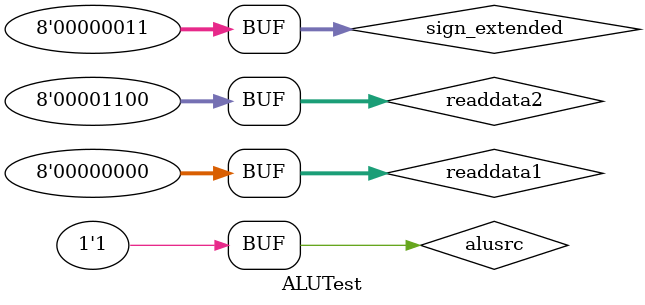
<source format=v>
`timescale 1ns / 1ps


module ALUTest;

	// Inputs
	reg [7:0] readdata1;
	reg [7:0] readdata2;
	reg [7:0] sign_extended;
	reg alusrc;

	// Outputs
	wire [7:0] out;

	// Instantiate the Unit Under Test (UUT)
	ALU uut (
		.readdata1(readdata1), 
		.readdata2(readdata2), 
		.sign_extended(sign_extended), 
		.alusrc(alusrc), 
		.out(out)
	);

	initial begin
		// Initialize Inputs
		readdata1 = 0;
		readdata2 = 0;
		sign_extended = 0;
		alusrc = 0;

		// Wait 100 ns for global reset to finish
		#100;
        
		// Add stimulus here
		readdata1 = 41;
		readdata2 = 12;
		#100;
		
		readdata1 = 0;
		sign_extended = 3;
		alusrc = 1;

	end
      
endmodule


</source>
